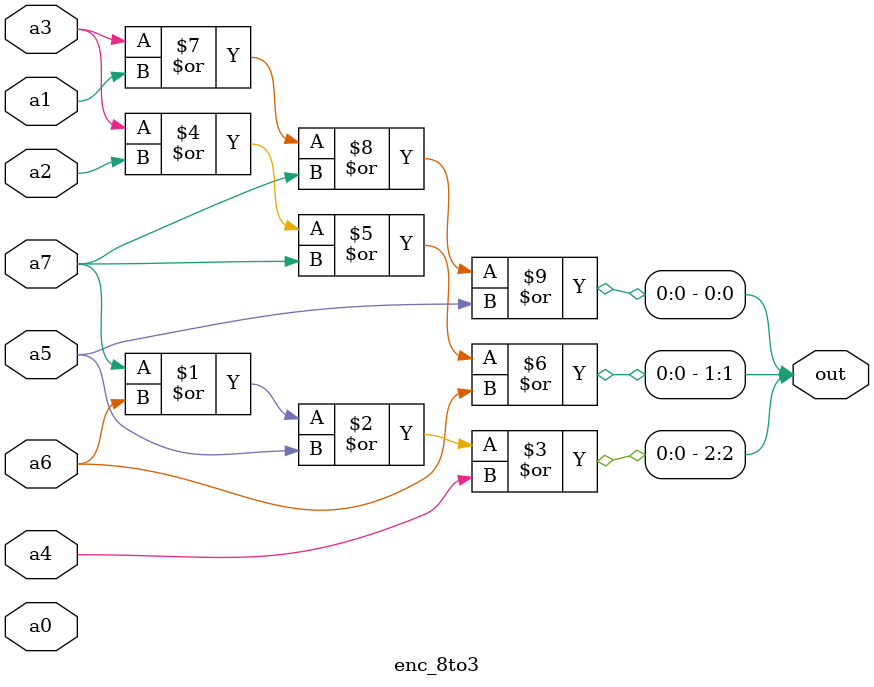
<source format=v>
module enc_8to3 (
    input wire a0,
    input wire a1,
    input wire a2,
    input wire a3,
    input wire a4,
    input wire a5,
    input wire a6,
    input wire a7,
    output wire [2:0] out
);

    assign out[2] = a7 | a6 | a5 | a4;
    assign out[1] = a3 | a2 | a7 | a6;
    assign out[0] = a3 | a1 | a7 | a5;

endmodule //enc_8to3
</source>
